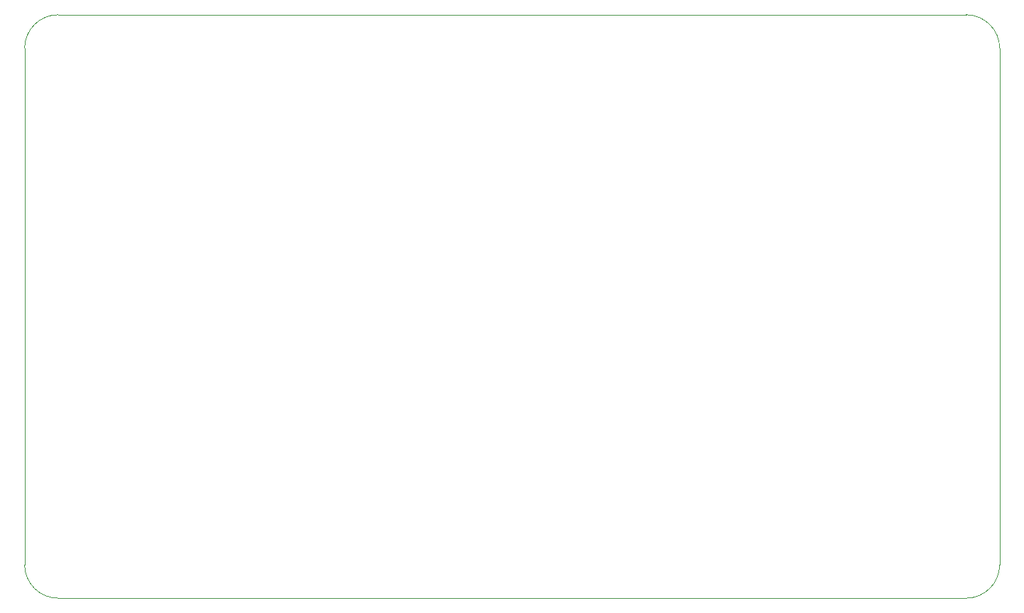
<source format=gbr>
%TF.GenerationSoftware,KiCad,Pcbnew,8.0.6*%
%TF.CreationDate,2025-04-11T21:40:20+07:00*%
%TF.ProjectId,DATN,4441544e-2e6b-4696-9361-645f70636258,rev?*%
%TF.SameCoordinates,Original*%
%TF.FileFunction,Profile,NP*%
%FSLAX46Y46*%
G04 Gerber Fmt 4.6, Leading zero omitted, Abs format (unit mm)*
G04 Created by KiCad (PCBNEW 8.0.6) date 2025-04-11 21:40:20*
%MOMM*%
%LPD*%
G01*
G04 APERTURE LIST*
%TA.AperFunction,Profile*%
%ADD10C,0.050000*%
%TD*%
G04 APERTURE END LIST*
D10*
X64800000Y-123575000D02*
X64800000Y-61950000D01*
X64800000Y-61950000D02*
G75*
G02*
X68800000Y-57950000I4000000J0D01*
G01*
X176975000Y-127575000D02*
X68800000Y-127575000D01*
X180975000Y-123575000D02*
G75*
G02*
X176975000Y-127575000I-4000000J0D01*
G01*
X180975000Y-61950000D02*
X180975000Y-123575000D01*
X176975000Y-57950000D02*
G75*
G02*
X180975000Y-61950000I0J-4000000D01*
G01*
X68800000Y-57950000D02*
X176975000Y-57950000D01*
X68800000Y-127575000D02*
G75*
G02*
X64800000Y-123575000I0J4000000D01*
G01*
M02*

</source>
